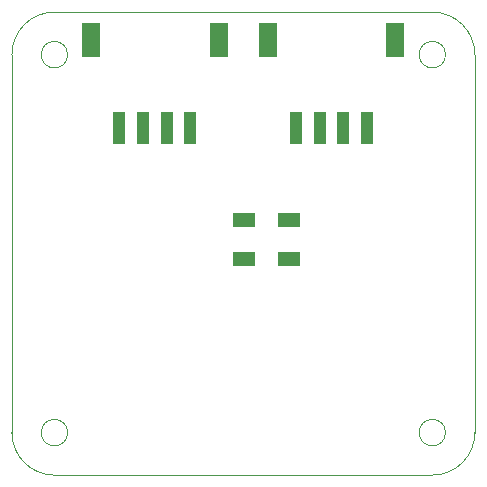
<source format=gbr>
%TF.GenerationSoftware,KiCad,Pcbnew,(5.1.5-0-10_14)*%
%TF.CreationDate,2020-09-17T17:23:34+02:00*%
%TF.ProjectId,power-routing,706f7765-722d-4726-9f75-74696e672e6b,rev?*%
%TF.SameCoordinates,Original*%
%TF.FileFunction,Paste,Top*%
%TF.FilePolarity,Positive*%
%FSLAX46Y46*%
G04 Gerber Fmt 4.6, Leading zero omitted, Abs format (unit mm)*
G04 Created by KiCad (PCBNEW (5.1.5-0-10_14)) date 2020-09-17 17:23:34*
%MOMM*%
%LPD*%
G04 APERTURE LIST*
%ADD10C,0.050000*%
%ADD11R,1.905000X1.270000*%
%ADD12R,1.008380X2.738120*%
%ADD13R,1.500000X2.999740*%
G04 APERTURE END LIST*
D10*
X189100000Y-109850000D02*
X189100000Y-77850000D01*
X224700000Y-113450000D02*
X192700000Y-113450000D01*
X228300000Y-77850000D02*
X228300000Y-109850000D01*
X192700000Y-74250000D02*
X224700000Y-74250000D01*
X189100000Y-77850000D02*
G75*
G02X192700000Y-74250000I3600000J0D01*
G01*
X192700000Y-113450000D02*
G75*
G02X189100000Y-109850000I0J3600000D01*
G01*
X228300000Y-109850000D02*
G75*
G02X224700000Y-113450000I-3600000J0D01*
G01*
X224700000Y-74250000D02*
G75*
G02X228300000Y-77850000I0J-3600000D01*
G01*
X225818034Y-109850000D02*
G75*
G03X225818034Y-109850000I-1118034J0D01*
G01*
X193818034Y-109850000D02*
G75*
G03X193818034Y-109850000I-1118034J0D01*
G01*
X225818034Y-77850000D02*
G75*
G03X225818034Y-77850000I-1118034J0D01*
G01*
X193818034Y-77850000D02*
G75*
G03X193818034Y-77850000I-1118034J0D01*
G01*
D11*
X212600000Y-91824000D03*
X212600000Y-95126000D03*
X208750000Y-95126000D03*
X208750000Y-91824000D03*
D12*
X213150260Y-84099700D03*
X215151780Y-84099700D03*
X217148220Y-84099700D03*
X219149740Y-84099700D03*
D13*
X210752500Y-76601620D03*
X221547500Y-76601620D03*
D12*
X198200260Y-84099700D03*
X200201780Y-84099700D03*
X202198220Y-84099700D03*
X204199740Y-84099700D03*
D13*
X195802500Y-76601620D03*
X206597500Y-76601620D03*
M02*

</source>
